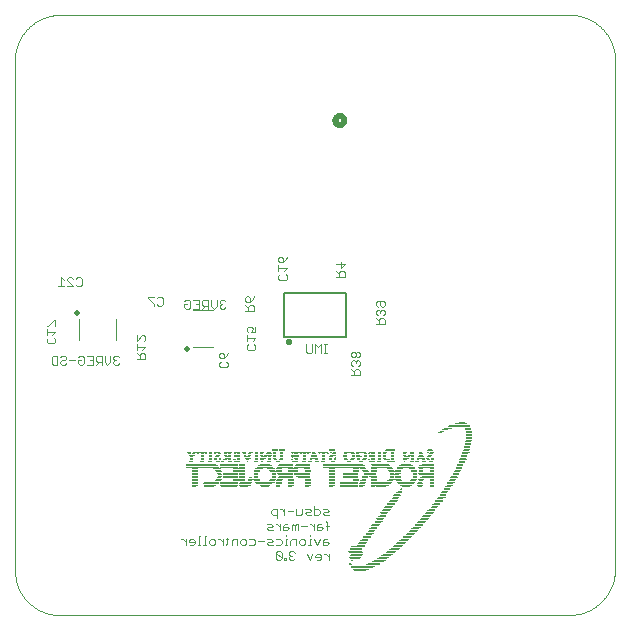
<source format=gbo>
G75*
%MOIN*%
%OFA0B0*%
%FSLAX25Y25*%
%IPPOS*%
%LPD*%
%AMOC8*
5,1,8,0,0,1.08239X$1,22.5*
%
%ADD10C,0.00000*%
%ADD11C,0.00300*%
%ADD12C,0.02000*%
%ADD13R,0.02330X0.00334*%
%ADD14R,0.04000X0.00333*%
%ADD15R,0.05660X0.00333*%
%ADD16R,0.07000X0.00334*%
%ADD17R,0.07340X0.00333*%
%ADD18R,0.08330X0.00333*%
%ADD19R,0.05000X0.00334*%
%ADD20R,0.01330X0.00334*%
%ADD21R,0.04340X0.00333*%
%ADD22R,0.01000X0.00333*%
%ADD23R,0.04330X0.00333*%
%ADD24R,0.00660X0.00333*%
%ADD25R,0.04000X0.00334*%
%ADD26R,0.03670X0.00333*%
%ADD27R,0.00670X0.00333*%
%ADD28R,0.03670X0.00334*%
%ADD29R,0.01000X0.00334*%
%ADD30R,0.03330X0.00333*%
%ADD31R,0.01330X0.00333*%
%ADD32R,0.01670X0.00333*%
%ADD33R,0.03340X0.00333*%
%ADD34R,0.03340X0.00334*%
%ADD35R,0.04330X0.00334*%
%ADD36R,0.03000X0.00333*%
%ADD37R,0.04660X0.00333*%
%ADD38R,0.04670X0.00333*%
%ADD39R,0.03330X0.00334*%
%ADD40R,0.04670X0.00334*%
%ADD41R,0.02340X0.00333*%
%ADD42R,0.02660X0.00333*%
%ADD43R,0.02670X0.00333*%
%ADD44R,0.03000X0.00334*%
%ADD45R,0.02340X0.00334*%
%ADD46R,0.02330X0.00333*%
%ADD47R,0.02670X0.00334*%
%ADD48R,0.02000X0.00334*%
%ADD49R,0.02660X0.00334*%
%ADD50R,0.02000X0.00333*%
%ADD51R,0.01660X0.00333*%
%ADD52R,0.00330X0.00333*%
%ADD53R,0.06000X0.00333*%
%ADD54R,0.01340X0.00333*%
%ADD55R,0.03660X0.00333*%
%ADD56R,0.01670X0.00334*%
%ADD57R,0.06330X0.00334*%
%ADD58R,0.06000X0.00334*%
%ADD59R,0.01340X0.00334*%
%ADD60R,0.04340X0.00334*%
%ADD61R,0.05330X0.00333*%
%ADD62R,0.06670X0.00333*%
%ADD63R,0.07000X0.00333*%
%ADD64R,0.06340X0.00333*%
%ADD65R,0.05000X0.00333*%
%ADD66R,0.01660X0.00334*%
%ADD67R,0.05340X0.00333*%
%ADD68R,0.11670X0.00333*%
%ADD69R,0.11000X0.00333*%
%ADD70R,0.05330X0.00334*%
%ADD71R,0.06670X0.00334*%
%ADD72R,0.11670X0.00334*%
%ADD73R,0.05340X0.00334*%
%ADD74R,0.10670X0.00334*%
%ADD75R,0.06330X0.00333*%
%ADD76R,0.13670X0.00333*%
%ADD77R,0.10340X0.00333*%
%ADD78R,0.13330X0.00333*%
%ADD79R,0.10000X0.00333*%
%ADD80R,0.13000X0.00334*%
%ADD81R,0.03660X0.00334*%
%ADD82R,0.05660X0.00334*%
%ADD83R,0.05670X0.00334*%
%ADD84R,0.00340X0.00333*%
%ADD85R,0.00670X0.00334*%
%ADD86R,0.00340X0.00334*%
%ADD87R,0.00330X0.00334*%
%ADD88R,0.04660X0.00334*%
%ADD89R,0.07330X0.00333*%
%ADD90C,0.00500*%
%ADD91C,0.01200*%
%ADD92C,0.01969*%
%ADD93C,0.00472*%
D10*
X0015800Y0001300D02*
X0185800Y0001300D01*
X0186169Y0001298D01*
X0186537Y0001306D01*
X0186905Y0001322D01*
X0187273Y0001347D01*
X0187640Y0001381D01*
X0188006Y0001424D01*
X0188371Y0001476D01*
X0188735Y0001536D01*
X0189097Y0001605D01*
X0189457Y0001683D01*
X0189815Y0001770D01*
X0190171Y0001865D01*
X0190525Y0001969D01*
X0190876Y0002082D01*
X0191224Y0002202D01*
X0191569Y0002332D01*
X0191911Y0002469D01*
X0192250Y0002615D01*
X0192585Y0002769D01*
X0192916Y0002931D01*
X0193243Y0003101D01*
X0193566Y0003278D01*
X0193884Y0003464D01*
X0194198Y0003657D01*
X0194507Y0003858D01*
X0194811Y0004066D01*
X0195111Y0004281D01*
X0195404Y0004503D01*
X0195693Y0004733D01*
X0195975Y0004969D01*
X0196252Y0005213D01*
X0196523Y0005463D01*
X0196788Y0005719D01*
X0197047Y0005981D01*
X0197299Y0006250D01*
X0197545Y0006525D01*
X0197783Y0006806D01*
X0198015Y0007092D01*
X0198241Y0007384D01*
X0198458Y0007681D01*
X0198669Y0007984D01*
X0198872Y0008291D01*
X0199068Y0008603D01*
X0199256Y0008920D01*
X0199437Y0009242D01*
X0199610Y0009567D01*
X0199774Y0009897D01*
X0199931Y0010231D01*
X0200080Y0010568D01*
X0200220Y0010909D01*
X0200352Y0011253D01*
X0200476Y0011600D01*
X0200592Y0011950D01*
X0200699Y0012303D01*
X0200797Y0012658D01*
X0200887Y0013015D01*
X0200968Y0013375D01*
X0201040Y0013736D01*
X0201104Y0014099D01*
X0201159Y0014464D01*
X0201205Y0014829D01*
X0201242Y0015196D01*
X0201270Y0015564D01*
X0201289Y0015932D01*
X0201300Y0016300D01*
X0201300Y0186300D01*
X0201296Y0186662D01*
X0201282Y0187025D01*
X0201261Y0187387D01*
X0201230Y0187748D01*
X0201191Y0188108D01*
X0201143Y0188467D01*
X0201086Y0188825D01*
X0201021Y0189182D01*
X0200947Y0189537D01*
X0200864Y0189890D01*
X0200773Y0190241D01*
X0200674Y0190589D01*
X0200566Y0190935D01*
X0200450Y0191279D01*
X0200325Y0191619D01*
X0200193Y0191956D01*
X0200052Y0192290D01*
X0199903Y0192621D01*
X0199746Y0192948D01*
X0199582Y0193271D01*
X0199410Y0193590D01*
X0199230Y0193904D01*
X0199042Y0194215D01*
X0198847Y0194520D01*
X0198645Y0194821D01*
X0198435Y0195117D01*
X0198219Y0195407D01*
X0197995Y0195693D01*
X0197765Y0195973D01*
X0197528Y0196247D01*
X0197284Y0196515D01*
X0197034Y0196778D01*
X0196778Y0197034D01*
X0196515Y0197284D01*
X0196247Y0197528D01*
X0195973Y0197765D01*
X0195693Y0197995D01*
X0195407Y0198219D01*
X0195117Y0198435D01*
X0194821Y0198645D01*
X0194520Y0198847D01*
X0194215Y0199042D01*
X0193904Y0199230D01*
X0193590Y0199410D01*
X0193271Y0199582D01*
X0192948Y0199746D01*
X0192621Y0199903D01*
X0192290Y0200052D01*
X0191956Y0200193D01*
X0191619Y0200325D01*
X0191279Y0200450D01*
X0190935Y0200566D01*
X0190589Y0200674D01*
X0190241Y0200773D01*
X0189890Y0200864D01*
X0189537Y0200947D01*
X0189182Y0201021D01*
X0188825Y0201086D01*
X0188467Y0201143D01*
X0188108Y0201191D01*
X0187748Y0201230D01*
X0187387Y0201261D01*
X0187025Y0201282D01*
X0186662Y0201296D01*
X0186300Y0201300D01*
X0016300Y0201300D01*
X0015938Y0201296D01*
X0015575Y0201282D01*
X0015213Y0201261D01*
X0014852Y0201230D01*
X0014492Y0201191D01*
X0014133Y0201143D01*
X0013775Y0201086D01*
X0013418Y0201021D01*
X0013063Y0200947D01*
X0012710Y0200864D01*
X0012359Y0200773D01*
X0012011Y0200674D01*
X0011665Y0200566D01*
X0011321Y0200450D01*
X0010981Y0200325D01*
X0010644Y0200193D01*
X0010310Y0200052D01*
X0009979Y0199903D01*
X0009652Y0199746D01*
X0009329Y0199582D01*
X0009010Y0199410D01*
X0008696Y0199230D01*
X0008385Y0199042D01*
X0008080Y0198847D01*
X0007779Y0198645D01*
X0007483Y0198435D01*
X0007193Y0198219D01*
X0006907Y0197995D01*
X0006627Y0197765D01*
X0006353Y0197528D01*
X0006085Y0197284D01*
X0005822Y0197034D01*
X0005566Y0196778D01*
X0005316Y0196515D01*
X0005072Y0196247D01*
X0004835Y0195973D01*
X0004605Y0195693D01*
X0004381Y0195407D01*
X0004165Y0195117D01*
X0003955Y0194821D01*
X0003753Y0194520D01*
X0003558Y0194215D01*
X0003370Y0193904D01*
X0003190Y0193590D01*
X0003018Y0193271D01*
X0002854Y0192948D01*
X0002697Y0192621D01*
X0002548Y0192290D01*
X0002407Y0191956D01*
X0002275Y0191619D01*
X0002150Y0191279D01*
X0002034Y0190935D01*
X0001926Y0190589D01*
X0001827Y0190241D01*
X0001736Y0189890D01*
X0001653Y0189537D01*
X0001579Y0189182D01*
X0001514Y0188825D01*
X0001457Y0188467D01*
X0001409Y0188108D01*
X0001370Y0187748D01*
X0001339Y0187387D01*
X0001318Y0187025D01*
X0001304Y0186662D01*
X0001300Y0186300D01*
X0001300Y0016300D01*
X0001298Y0015944D01*
X0001305Y0015587D01*
X0001321Y0015231D01*
X0001345Y0014875D01*
X0001378Y0014520D01*
X0001419Y0014166D01*
X0001469Y0013813D01*
X0001527Y0013461D01*
X0001594Y0013111D01*
X0001669Y0012763D01*
X0001753Y0012416D01*
X0001845Y0012072D01*
X0001945Y0011730D01*
X0002053Y0011390D01*
X0002170Y0011053D01*
X0002295Y0010719D01*
X0002428Y0010389D01*
X0002568Y0010061D01*
X0002717Y0009737D01*
X0002873Y0009417D01*
X0003038Y0009100D01*
X0003209Y0008788D01*
X0003389Y0008480D01*
X0003575Y0008176D01*
X0003769Y0007877D01*
X0003970Y0007582D01*
X0004178Y0007293D01*
X0004393Y0007009D01*
X0004615Y0006730D01*
X0004844Y0006456D01*
X0005079Y0006188D01*
X0005320Y0005926D01*
X0005568Y0005670D01*
X0005822Y0005419D01*
X0006082Y0005175D01*
X0006348Y0004938D01*
X0006619Y0004706D01*
X0006896Y0004482D01*
X0007178Y0004264D01*
X0007465Y0004053D01*
X0007758Y0003849D01*
X0008055Y0003652D01*
X0008357Y0003463D01*
X0008663Y0003281D01*
X0008974Y0003106D01*
X0009289Y0002939D01*
X0009608Y0002779D01*
X0009930Y0002627D01*
X0010256Y0002483D01*
X0010586Y0002347D01*
X0010919Y0002219D01*
X0011254Y0002099D01*
X0011593Y0001987D01*
X0011934Y0001884D01*
X0012277Y0001789D01*
X0012623Y0001702D01*
X0012971Y0001623D01*
X0013320Y0001553D01*
X0013671Y0001491D01*
X0014024Y0001438D01*
X0014378Y0001393D01*
X0014732Y0001357D01*
X0015088Y0001329D01*
X0015444Y0001310D01*
X0015800Y0001300D01*
D11*
X0056763Y0026585D02*
X0057247Y0026585D01*
X0058215Y0025617D01*
X0058215Y0024650D02*
X0058215Y0026585D01*
X0059226Y0026101D02*
X0059226Y0025617D01*
X0061161Y0025617D01*
X0061161Y0025134D02*
X0061161Y0026101D01*
X0060677Y0026585D01*
X0059710Y0026585D01*
X0059226Y0026101D01*
X0059710Y0024650D02*
X0060677Y0024650D01*
X0061161Y0025134D01*
X0062158Y0024650D02*
X0063125Y0024650D01*
X0062642Y0024650D02*
X0062642Y0027552D01*
X0063125Y0027552D01*
X0064606Y0027552D02*
X0064606Y0024650D01*
X0065090Y0024650D02*
X0064122Y0024650D01*
X0066101Y0025134D02*
X0066101Y0026101D01*
X0066585Y0026585D01*
X0067553Y0026585D01*
X0068036Y0026101D01*
X0068036Y0025134D01*
X0067553Y0024650D01*
X0066585Y0024650D01*
X0066101Y0025134D01*
X0065090Y0027552D02*
X0064606Y0027552D01*
X0069041Y0026585D02*
X0069524Y0026585D01*
X0070492Y0025617D01*
X0070492Y0024650D02*
X0070492Y0026585D01*
X0071489Y0026585D02*
X0072456Y0026585D01*
X0071972Y0027069D02*
X0071972Y0025134D01*
X0071489Y0024650D01*
X0073468Y0024650D02*
X0073468Y0026101D01*
X0073951Y0026585D01*
X0075403Y0026585D01*
X0075403Y0024650D01*
X0076414Y0025134D02*
X0076414Y0026101D01*
X0076898Y0026585D01*
X0077865Y0026585D01*
X0078349Y0026101D01*
X0078349Y0025134D01*
X0077865Y0024650D01*
X0076898Y0024650D01*
X0076414Y0025134D01*
X0079361Y0024650D02*
X0080812Y0024650D01*
X0081296Y0025134D01*
X0081296Y0026101D01*
X0080812Y0026585D01*
X0079361Y0026585D01*
X0082307Y0026101D02*
X0084242Y0026101D01*
X0085254Y0026585D02*
X0086705Y0026585D01*
X0087189Y0026101D01*
X0086705Y0025617D01*
X0085737Y0025617D01*
X0085254Y0025134D01*
X0085737Y0024650D01*
X0087189Y0024650D01*
X0088200Y0024650D02*
X0089652Y0024650D01*
X0090135Y0025134D01*
X0090135Y0026101D01*
X0089652Y0026585D01*
X0088200Y0026585D01*
X0087189Y0029650D02*
X0085738Y0029650D01*
X0085254Y0030134D01*
X0085738Y0030617D01*
X0086705Y0030617D01*
X0087189Y0031101D01*
X0086705Y0031585D01*
X0085254Y0031585D01*
X0088193Y0031585D02*
X0088677Y0031585D01*
X0089644Y0030617D01*
X0089644Y0029650D02*
X0089644Y0031585D01*
X0090656Y0031101D02*
X0090656Y0029650D01*
X0092107Y0029650D01*
X0092591Y0030134D01*
X0092107Y0030617D01*
X0090656Y0030617D01*
X0090656Y0031101D02*
X0091139Y0031585D01*
X0092107Y0031585D01*
X0093602Y0031101D02*
X0093602Y0029650D01*
X0094570Y0029650D02*
X0094570Y0031101D01*
X0094086Y0031585D01*
X0093602Y0031101D01*
X0094570Y0031101D02*
X0095053Y0031585D01*
X0095537Y0031585D01*
X0095537Y0029650D01*
X0096549Y0031101D02*
X0098484Y0031101D01*
X0099488Y0031585D02*
X0099972Y0031585D01*
X0100939Y0030617D01*
X0100939Y0029650D02*
X0100939Y0031585D01*
X0101951Y0031101D02*
X0101951Y0029650D01*
X0103402Y0029650D01*
X0103886Y0030134D01*
X0103402Y0030617D01*
X0101951Y0030617D01*
X0101951Y0031101D02*
X0102434Y0031585D01*
X0103402Y0031585D01*
X0104883Y0031101D02*
X0105850Y0031101D01*
X0105366Y0032069D02*
X0104883Y0032552D01*
X0105366Y0032069D02*
X0105366Y0029650D01*
X0105366Y0026585D02*
X0104399Y0026585D01*
X0103915Y0026101D01*
X0103915Y0024650D01*
X0105366Y0024650D01*
X0105850Y0025134D01*
X0105366Y0025617D01*
X0103915Y0025617D01*
X0102903Y0026585D02*
X0101936Y0024650D01*
X0100969Y0026585D01*
X0099957Y0026585D02*
X0099473Y0026585D01*
X0099473Y0024650D01*
X0099957Y0024650D02*
X0098989Y0024650D01*
X0097993Y0025134D02*
X0097509Y0024650D01*
X0096541Y0024650D01*
X0096058Y0025134D01*
X0096058Y0026101D01*
X0096541Y0026585D01*
X0097509Y0026585D01*
X0097993Y0026101D01*
X0097993Y0025134D01*
X0099473Y0027552D02*
X0099473Y0028036D01*
X0095046Y0026585D02*
X0095046Y0024650D01*
X0093111Y0024650D02*
X0093111Y0026101D01*
X0093595Y0026585D01*
X0095046Y0026585D01*
X0092100Y0026585D02*
X0091616Y0026585D01*
X0091616Y0024650D01*
X0092100Y0024650D02*
X0091132Y0024650D01*
X0089652Y0022552D02*
X0088684Y0022552D01*
X0088200Y0022069D01*
X0090135Y0020134D01*
X0089652Y0019650D01*
X0088684Y0019650D01*
X0088200Y0020134D01*
X0088200Y0022069D01*
X0089652Y0022552D02*
X0090135Y0022069D01*
X0090135Y0020134D01*
X0091125Y0020134D02*
X0091125Y0019650D01*
X0091609Y0019650D01*
X0091609Y0020134D01*
X0091125Y0020134D01*
X0092620Y0020134D02*
X0092620Y0020617D01*
X0093104Y0021101D01*
X0093588Y0021101D01*
X0093104Y0021101D02*
X0092620Y0021585D01*
X0092620Y0022069D01*
X0093104Y0022552D01*
X0094071Y0022552D01*
X0094555Y0022069D01*
X0094555Y0020134D02*
X0094071Y0019650D01*
X0093104Y0019650D01*
X0092620Y0020134D01*
X0098513Y0021585D02*
X0099481Y0019650D01*
X0100448Y0021585D01*
X0101460Y0021101D02*
X0101460Y0020617D01*
X0103395Y0020617D01*
X0103395Y0020134D02*
X0103395Y0021101D01*
X0102911Y0021585D01*
X0101943Y0021585D01*
X0101460Y0021101D01*
X0101943Y0019650D02*
X0102911Y0019650D01*
X0103395Y0020134D01*
X0104399Y0021585D02*
X0104883Y0021585D01*
X0105850Y0020617D01*
X0105850Y0019650D02*
X0105850Y0021585D01*
X0091616Y0027552D02*
X0091616Y0028036D01*
X0088662Y0033683D02*
X0088662Y0036585D01*
X0087211Y0036585D01*
X0086727Y0036101D01*
X0086727Y0035134D01*
X0087211Y0034650D01*
X0088662Y0034650D01*
X0089666Y0036585D02*
X0090150Y0036585D01*
X0091117Y0035617D01*
X0091117Y0034650D02*
X0091117Y0036585D01*
X0092129Y0036101D02*
X0094064Y0036101D01*
X0095075Y0036585D02*
X0095075Y0034650D01*
X0096527Y0034650D01*
X0097010Y0035134D01*
X0097010Y0036585D01*
X0098022Y0036585D02*
X0099473Y0036585D01*
X0099957Y0036101D01*
X0099473Y0035617D01*
X0098506Y0035617D01*
X0098022Y0035134D01*
X0098506Y0034650D01*
X0099957Y0034650D01*
X0100969Y0034650D02*
X0102420Y0034650D01*
X0102903Y0035134D01*
X0102903Y0036101D01*
X0102420Y0036585D01*
X0100969Y0036585D01*
X0100969Y0037552D02*
X0100969Y0034650D01*
X0103915Y0035134D02*
X0104399Y0035617D01*
X0105366Y0035617D01*
X0105850Y0036101D01*
X0105366Y0036585D01*
X0103915Y0036585D01*
X0103915Y0035134D02*
X0104399Y0034650D01*
X0105850Y0034650D01*
X0113350Y0081250D02*
X0116252Y0081250D01*
X0116252Y0082701D01*
X0115769Y0083185D01*
X0114801Y0083185D01*
X0114317Y0082701D01*
X0114317Y0081250D01*
X0114317Y0082217D02*
X0113350Y0083185D01*
X0113834Y0084197D02*
X0113350Y0084680D01*
X0113350Y0085648D01*
X0113834Y0086131D01*
X0114317Y0086131D01*
X0114801Y0085648D01*
X0114801Y0085164D01*
X0114801Y0085648D02*
X0115285Y0086131D01*
X0115769Y0086131D01*
X0116252Y0085648D01*
X0116252Y0084680D01*
X0115769Y0084197D01*
X0115769Y0087143D02*
X0115285Y0087143D01*
X0114801Y0087627D01*
X0114801Y0088594D01*
X0114317Y0089078D01*
X0113834Y0089078D01*
X0113350Y0088594D01*
X0113350Y0087627D01*
X0113834Y0087143D01*
X0114317Y0087143D01*
X0114801Y0087627D01*
X0114801Y0088594D02*
X0115285Y0089078D01*
X0115769Y0089078D01*
X0116252Y0088594D01*
X0116252Y0087627D01*
X0115769Y0087143D01*
X0105193Y0088575D02*
X0104225Y0088575D01*
X0104709Y0088575D02*
X0104709Y0091477D01*
X0105193Y0091477D02*
X0104225Y0091477D01*
X0103228Y0091477D02*
X0102261Y0090510D01*
X0101293Y0091477D01*
X0101293Y0088575D01*
X0100282Y0089059D02*
X0099798Y0088575D01*
X0098830Y0088575D01*
X0098347Y0089059D01*
X0098347Y0091477D01*
X0100282Y0091477D02*
X0100282Y0089059D01*
X0103228Y0088575D02*
X0103228Y0091477D01*
X0121650Y0098210D02*
X0124552Y0098210D01*
X0124552Y0099662D01*
X0124069Y0100145D01*
X0123101Y0100145D01*
X0122617Y0099662D01*
X0122617Y0098210D01*
X0122617Y0099178D02*
X0121650Y0100145D01*
X0122134Y0101157D02*
X0121650Y0101641D01*
X0121650Y0102608D01*
X0122134Y0103092D01*
X0122617Y0103092D01*
X0123101Y0102608D01*
X0123101Y0102124D01*
X0123101Y0102608D02*
X0123585Y0103092D01*
X0124069Y0103092D01*
X0124552Y0102608D01*
X0124552Y0101641D01*
X0124069Y0101157D01*
X0124069Y0104103D02*
X0123585Y0104103D01*
X0123101Y0104587D01*
X0123101Y0106038D01*
X0122134Y0106038D02*
X0124069Y0106038D01*
X0124552Y0105555D01*
X0124552Y0104587D01*
X0124069Y0104103D01*
X0122134Y0104103D02*
X0121650Y0104587D01*
X0121650Y0105555D01*
X0122134Y0106038D01*
X0111252Y0114057D02*
X0111252Y0115508D01*
X0110769Y0115992D01*
X0109801Y0115992D01*
X0109317Y0115508D01*
X0109317Y0114057D01*
X0108350Y0114057D02*
X0111252Y0114057D01*
X0109317Y0115024D02*
X0108350Y0115992D01*
X0109801Y0117003D02*
X0109801Y0118938D01*
X0108350Y0118455D02*
X0111252Y0118455D01*
X0109801Y0117003D01*
X0091952Y0116864D02*
X0089050Y0116864D01*
X0089050Y0115897D02*
X0089050Y0117831D01*
X0089534Y0118843D02*
X0089050Y0119327D01*
X0089050Y0120294D01*
X0089534Y0120778D01*
X0090017Y0120778D01*
X0090501Y0120294D01*
X0090501Y0118843D01*
X0089534Y0118843D01*
X0090501Y0118843D02*
X0091469Y0119811D01*
X0091952Y0120778D01*
X0091952Y0116864D02*
X0090985Y0115897D01*
X0091469Y0114885D02*
X0091952Y0114401D01*
X0091952Y0113434D01*
X0091469Y0112950D01*
X0089534Y0112950D01*
X0089050Y0113434D01*
X0089050Y0114401D01*
X0089534Y0114885D01*
X0080952Y0107538D02*
X0080469Y0106571D01*
X0079501Y0105603D01*
X0079501Y0107055D01*
X0079017Y0107538D01*
X0078534Y0107538D01*
X0078050Y0107055D01*
X0078050Y0106087D01*
X0078534Y0105603D01*
X0079501Y0105603D01*
X0079501Y0104592D02*
X0079017Y0104108D01*
X0079017Y0102657D01*
X0078050Y0102657D02*
X0080952Y0102657D01*
X0080952Y0104108D01*
X0080469Y0104592D01*
X0079501Y0104592D01*
X0079017Y0103624D02*
X0078050Y0104592D01*
X0071416Y0103865D02*
X0070933Y0103381D01*
X0069965Y0103381D01*
X0069481Y0103865D01*
X0069481Y0104349D01*
X0069965Y0104833D01*
X0070449Y0104833D01*
X0069965Y0104833D02*
X0069481Y0105316D01*
X0069481Y0105800D01*
X0069965Y0106284D01*
X0070933Y0106284D01*
X0071416Y0105800D01*
X0068470Y0106284D02*
X0068470Y0104349D01*
X0067502Y0103381D01*
X0066535Y0104349D01*
X0066535Y0106284D01*
X0065523Y0106284D02*
X0065523Y0103381D01*
X0065523Y0104349D02*
X0064072Y0104349D01*
X0063588Y0104833D01*
X0063588Y0105800D01*
X0064072Y0106284D01*
X0065523Y0106284D01*
X0064556Y0104349D02*
X0063588Y0103381D01*
X0062577Y0103381D02*
X0060642Y0103381D01*
X0059630Y0103865D02*
X0059146Y0103381D01*
X0058179Y0103381D01*
X0057695Y0103865D01*
X0057695Y0104833D01*
X0058663Y0104833D01*
X0059630Y0105800D02*
X0059630Y0103865D01*
X0059630Y0105800D02*
X0059146Y0106284D01*
X0058179Y0106284D01*
X0057695Y0105800D01*
X0060642Y0106284D02*
X0062577Y0106284D01*
X0062577Y0103381D01*
X0062577Y0104833D02*
X0061609Y0104833D01*
X0050550Y0104934D02*
X0050066Y0104450D01*
X0049099Y0104450D01*
X0048615Y0104934D01*
X0047603Y0104934D02*
X0047603Y0104450D01*
X0047603Y0104934D02*
X0045669Y0106869D01*
X0045669Y0107352D01*
X0047603Y0107352D01*
X0048615Y0106869D02*
X0049099Y0107352D01*
X0050066Y0107352D01*
X0050550Y0106869D01*
X0050550Y0104934D01*
X0044269Y0094478D02*
X0044752Y0093994D01*
X0044752Y0093027D01*
X0044269Y0092543D01*
X0044269Y0094478D02*
X0043785Y0094478D01*
X0041850Y0092543D01*
X0041850Y0094478D01*
X0041850Y0091531D02*
X0041850Y0089597D01*
X0041850Y0090564D02*
X0044752Y0090564D01*
X0043785Y0089597D01*
X0044269Y0088585D02*
X0043301Y0088585D01*
X0042817Y0088101D01*
X0042817Y0086650D01*
X0041850Y0086650D02*
X0044752Y0086650D01*
X0044752Y0088101D01*
X0044269Y0088585D01*
X0042817Y0087617D02*
X0041850Y0088585D01*
X0036036Y0087137D02*
X0035552Y0087621D01*
X0034585Y0087621D01*
X0034101Y0087137D01*
X0034101Y0086653D01*
X0034585Y0086170D01*
X0034101Y0085686D01*
X0034101Y0085202D01*
X0034585Y0084719D01*
X0035552Y0084719D01*
X0036036Y0085202D01*
X0035069Y0086170D02*
X0034585Y0086170D01*
X0033090Y0085686D02*
X0032122Y0084719D01*
X0031155Y0085686D01*
X0031155Y0087621D01*
X0030143Y0087621D02*
X0028692Y0087621D01*
X0028208Y0087137D01*
X0028208Y0086170D01*
X0028692Y0085686D01*
X0030143Y0085686D01*
X0029176Y0085686D02*
X0028208Y0084719D01*
X0027197Y0084719D02*
X0025262Y0084719D01*
X0024250Y0085202D02*
X0023766Y0084719D01*
X0022799Y0084719D01*
X0022315Y0085202D01*
X0022315Y0086170D01*
X0023283Y0086170D01*
X0024250Y0087137D02*
X0024250Y0085202D01*
X0024250Y0087137D02*
X0023766Y0087621D01*
X0022799Y0087621D01*
X0022315Y0087137D01*
X0021303Y0086170D02*
X0019369Y0086170D01*
X0018357Y0086653D02*
X0018357Y0087137D01*
X0017873Y0087621D01*
X0016906Y0087621D01*
X0016422Y0087137D01*
X0016906Y0086170D02*
X0016422Y0085686D01*
X0016422Y0085202D01*
X0016906Y0084719D01*
X0017873Y0084719D01*
X0018357Y0085202D01*
X0017873Y0086170D02*
X0016906Y0086170D01*
X0017873Y0086170D02*
X0018357Y0086653D01*
X0015410Y0087621D02*
X0015410Y0084719D01*
X0013959Y0084719D01*
X0013475Y0085202D01*
X0013475Y0087137D01*
X0013959Y0087621D01*
X0015410Y0087621D01*
X0014269Y0091810D02*
X0012334Y0091810D01*
X0011850Y0092294D01*
X0011850Y0093262D01*
X0012334Y0093745D01*
X0011850Y0094757D02*
X0011850Y0096692D01*
X0011850Y0095724D02*
X0014752Y0095724D01*
X0013785Y0094757D01*
X0014269Y0093745D02*
X0014752Y0093262D01*
X0014752Y0092294D01*
X0014269Y0091810D01*
X0014752Y0097703D02*
X0014752Y0099638D01*
X0014269Y0099638D01*
X0012334Y0097703D01*
X0011850Y0097703D01*
X0025262Y0087621D02*
X0027197Y0087621D01*
X0027197Y0084719D01*
X0027197Y0086170D02*
X0026229Y0086170D01*
X0030143Y0084719D02*
X0030143Y0087621D01*
X0033090Y0087621D02*
X0033090Y0085686D01*
X0023066Y0110950D02*
X0022099Y0110950D01*
X0021615Y0111434D01*
X0020603Y0110950D02*
X0018669Y0112885D01*
X0018669Y0113369D01*
X0019152Y0113852D01*
X0020120Y0113852D01*
X0020603Y0113369D01*
X0021615Y0113369D02*
X0022099Y0113852D01*
X0023066Y0113852D01*
X0023550Y0113369D01*
X0023550Y0111434D01*
X0023066Y0110950D01*
X0020603Y0110950D02*
X0018669Y0110950D01*
X0017657Y0110950D02*
X0015722Y0110950D01*
X0016689Y0110950D02*
X0016689Y0113852D01*
X0017657Y0112885D01*
X0069350Y0088255D02*
X0069834Y0088738D01*
X0070317Y0088738D01*
X0070801Y0088255D01*
X0070801Y0086803D01*
X0069834Y0086803D01*
X0069350Y0087287D01*
X0069350Y0088255D01*
X0070801Y0086803D02*
X0071769Y0087771D01*
X0072252Y0088738D01*
X0071769Y0085792D02*
X0072252Y0085308D01*
X0072252Y0084341D01*
X0071769Y0083857D01*
X0069834Y0083857D01*
X0069350Y0084341D01*
X0069350Y0085308D01*
X0069834Y0085792D01*
X0078550Y0090094D02*
X0078550Y0091062D01*
X0079034Y0091545D01*
X0078550Y0092557D02*
X0078550Y0094492D01*
X0078550Y0093524D02*
X0081452Y0093524D01*
X0080485Y0092557D01*
X0080969Y0091545D02*
X0081452Y0091062D01*
X0081452Y0090094D01*
X0080969Y0089610D01*
X0079034Y0089610D01*
X0078550Y0090094D01*
X0079034Y0095503D02*
X0078550Y0095987D01*
X0078550Y0096955D01*
X0079034Y0097438D01*
X0080001Y0097438D01*
X0080485Y0096955D01*
X0080485Y0096471D01*
X0080001Y0095503D01*
X0081452Y0095503D01*
X0081452Y0097438D01*
D12*
X0108100Y0166100D02*
X0108102Y0166176D01*
X0108108Y0166252D01*
X0108117Y0166327D01*
X0108131Y0166402D01*
X0108148Y0166476D01*
X0108169Y0166549D01*
X0108193Y0166621D01*
X0108222Y0166692D01*
X0108253Y0166761D01*
X0108288Y0166828D01*
X0108327Y0166893D01*
X0108369Y0166957D01*
X0108414Y0167018D01*
X0108462Y0167077D01*
X0108513Y0167133D01*
X0108567Y0167187D01*
X0108623Y0167238D01*
X0108682Y0167286D01*
X0108743Y0167331D01*
X0108807Y0167373D01*
X0108872Y0167412D01*
X0108939Y0167447D01*
X0109008Y0167478D01*
X0109079Y0167507D01*
X0109151Y0167531D01*
X0109224Y0167552D01*
X0109298Y0167569D01*
X0109373Y0167583D01*
X0109448Y0167592D01*
X0109524Y0167598D01*
X0109600Y0167600D01*
X0109676Y0167598D01*
X0109752Y0167592D01*
X0109827Y0167583D01*
X0109902Y0167569D01*
X0109976Y0167552D01*
X0110049Y0167531D01*
X0110121Y0167507D01*
X0110192Y0167478D01*
X0110261Y0167447D01*
X0110328Y0167412D01*
X0110393Y0167373D01*
X0110457Y0167331D01*
X0110518Y0167286D01*
X0110577Y0167238D01*
X0110633Y0167187D01*
X0110687Y0167133D01*
X0110738Y0167077D01*
X0110786Y0167018D01*
X0110831Y0166957D01*
X0110873Y0166893D01*
X0110912Y0166828D01*
X0110947Y0166761D01*
X0110978Y0166692D01*
X0111007Y0166621D01*
X0111031Y0166549D01*
X0111052Y0166476D01*
X0111069Y0166402D01*
X0111083Y0166327D01*
X0111092Y0166252D01*
X0111098Y0166176D01*
X0111100Y0166100D01*
X0111098Y0166024D01*
X0111092Y0165948D01*
X0111083Y0165873D01*
X0111069Y0165798D01*
X0111052Y0165724D01*
X0111031Y0165651D01*
X0111007Y0165579D01*
X0110978Y0165508D01*
X0110947Y0165439D01*
X0110912Y0165372D01*
X0110873Y0165307D01*
X0110831Y0165243D01*
X0110786Y0165182D01*
X0110738Y0165123D01*
X0110687Y0165067D01*
X0110633Y0165013D01*
X0110577Y0164962D01*
X0110518Y0164914D01*
X0110457Y0164869D01*
X0110393Y0164827D01*
X0110328Y0164788D01*
X0110261Y0164753D01*
X0110192Y0164722D01*
X0110121Y0164693D01*
X0110049Y0164669D01*
X0109976Y0164648D01*
X0109902Y0164631D01*
X0109827Y0164617D01*
X0109752Y0164608D01*
X0109676Y0164602D01*
X0109600Y0164600D01*
X0109524Y0164602D01*
X0109448Y0164608D01*
X0109373Y0164617D01*
X0109298Y0164631D01*
X0109224Y0164648D01*
X0109151Y0164669D01*
X0109079Y0164693D01*
X0109008Y0164722D01*
X0108939Y0164753D01*
X0108872Y0164788D01*
X0108807Y0164827D01*
X0108743Y0164869D01*
X0108682Y0164914D01*
X0108623Y0164962D01*
X0108567Y0165013D01*
X0108513Y0165067D01*
X0108462Y0165123D01*
X0108414Y0165182D01*
X0108369Y0165243D01*
X0108327Y0165307D01*
X0108288Y0165372D01*
X0108253Y0165439D01*
X0108222Y0165508D01*
X0108193Y0165579D01*
X0108169Y0165651D01*
X0108148Y0165724D01*
X0108131Y0165798D01*
X0108117Y0165873D01*
X0108108Y0165948D01*
X0108102Y0166024D01*
X0108100Y0166100D01*
D13*
X0152165Y0057700D03*
X0151835Y0056700D03*
X0150835Y0053700D03*
X0147835Y0047700D03*
X0146835Y0045700D03*
X0146165Y0044700D03*
X0144835Y0042700D03*
X0142835Y0039700D03*
X0142165Y0038700D03*
X0139835Y0035700D03*
X0138835Y0034700D03*
X0138165Y0033700D03*
X0137165Y0032700D03*
X0126835Y0038700D03*
X0124835Y0035700D03*
X0121835Y0031700D03*
X0121165Y0030700D03*
X0118835Y0027700D03*
X0116835Y0024700D03*
X0116165Y0015700D03*
X0126165Y0045700D03*
X0133835Y0045700D03*
X0137165Y0046700D03*
X0120165Y0052700D03*
X0112835Y0052700D03*
X0089165Y0052700D03*
X0072165Y0053700D03*
D14*
X0078000Y0045034D03*
X0097670Y0047034D03*
X0119670Y0048034D03*
X0119670Y0048366D03*
X0131670Y0044366D03*
X0115000Y0023366D03*
X0115000Y0021034D03*
X0114670Y0020366D03*
X0116330Y0016034D03*
X0150000Y0065034D03*
D15*
X0116500Y0016366D03*
X0084500Y0050366D03*
X0072500Y0044034D03*
D16*
X0116830Y0016700D03*
D17*
X0117000Y0017034D03*
D18*
X0117165Y0017366D03*
D19*
X0119500Y0017700D03*
X0113170Y0047700D03*
X0097170Y0047700D03*
X0091500Y0050700D03*
X0084500Y0050700D03*
X0073170Y0047700D03*
X0138500Y0050700D03*
D20*
X0140335Y0049700D03*
X0140335Y0048700D03*
X0140335Y0046700D03*
X0140335Y0045700D03*
X0140335Y0044700D03*
X0135335Y0052700D03*
X0133665Y0052700D03*
X0131665Y0051700D03*
X0120665Y0051700D03*
X0120665Y0053700D03*
X0120665Y0054700D03*
X0111335Y0054700D03*
X0111335Y0053700D03*
X0107335Y0054700D03*
X0099665Y0052700D03*
X0083665Y0055700D03*
X0069335Y0054700D03*
X0069335Y0048700D03*
X0063665Y0052700D03*
X0113665Y0017700D03*
D21*
X0120500Y0018034D03*
X0115500Y0024034D03*
X0084500Y0051034D03*
D22*
X0086170Y0053034D03*
X0086170Y0053366D03*
X0086170Y0054034D03*
X0087830Y0054034D03*
X0087830Y0054366D03*
X0087830Y0055034D03*
X0087830Y0055366D03*
X0087830Y0053366D03*
X0088170Y0053034D03*
X0090170Y0053366D03*
X0090170Y0054034D03*
X0090170Y0054366D03*
X0090170Y0055034D03*
X0090170Y0055366D03*
X0095170Y0053034D03*
X0097830Y0053034D03*
X0097830Y0053366D03*
X0097830Y0054034D03*
X0097830Y0054366D03*
X0097830Y0055034D03*
X0100830Y0055366D03*
X0101830Y0053034D03*
X0104170Y0053034D03*
X0104170Y0053366D03*
X0104170Y0054034D03*
X0104170Y0054366D03*
X0104170Y0055034D03*
X0106500Y0053366D03*
X0106500Y0053034D03*
X0107830Y0055366D03*
X0111500Y0055034D03*
X0111500Y0053366D03*
X0114170Y0054034D03*
X0114170Y0054366D03*
X0115500Y0055034D03*
X0115830Y0053366D03*
X0115830Y0053034D03*
X0118170Y0054034D03*
X0118170Y0054366D03*
X0118170Y0055034D03*
X0122830Y0055034D03*
X0122830Y0055366D03*
X0122830Y0054366D03*
X0122830Y0054034D03*
X0122830Y0053366D03*
X0122830Y0053034D03*
X0124500Y0053366D03*
X0124500Y0054034D03*
X0124500Y0054366D03*
X0124500Y0055034D03*
X0127170Y0055034D03*
X0127170Y0055366D03*
X0127170Y0054366D03*
X0127170Y0054034D03*
X0127170Y0053366D03*
X0127170Y0053034D03*
X0131170Y0054366D03*
X0131170Y0055034D03*
X0133830Y0054034D03*
X0133830Y0053366D03*
X0133830Y0053034D03*
X0136500Y0055366D03*
X0137500Y0053034D03*
X0138830Y0053366D03*
X0139170Y0053034D03*
X0140500Y0053034D03*
X0140500Y0053366D03*
X0113170Y0018034D03*
X0079830Y0047034D03*
X0078830Y0053034D03*
X0079500Y0054366D03*
X0079500Y0055034D03*
X0077830Y0055034D03*
X0075830Y0055034D03*
X0075830Y0053366D03*
X0075830Y0053034D03*
X0074500Y0053034D03*
X0072830Y0053034D03*
X0072830Y0054366D03*
X0072830Y0055034D03*
X0071500Y0055034D03*
X0071500Y0054366D03*
X0069500Y0055034D03*
X0068170Y0053366D03*
X0068170Y0053034D03*
X0066500Y0053034D03*
X0066500Y0053366D03*
X0066500Y0054034D03*
X0066500Y0054366D03*
X0066500Y0055034D03*
X0066500Y0055366D03*
X0063830Y0055034D03*
X0063830Y0054366D03*
X0063830Y0054034D03*
X0063830Y0053366D03*
X0063830Y0053034D03*
X0060830Y0055034D03*
X0060170Y0054034D03*
X0060170Y0053366D03*
X0060170Y0053034D03*
X0059500Y0055034D03*
X0070500Y0052366D03*
X0081830Y0053034D03*
X0081830Y0053366D03*
X0081830Y0054034D03*
X0081830Y0054366D03*
X0081830Y0055034D03*
X0081830Y0055366D03*
X0083500Y0055034D03*
X0083500Y0054366D03*
D23*
X0078165Y0045366D03*
X0066165Y0044366D03*
X0114835Y0023034D03*
X0115165Y0021366D03*
X0120835Y0018366D03*
X0138835Y0047366D03*
X0138835Y0051366D03*
D24*
X0139000Y0055366D03*
X0130000Y0043034D03*
X0108000Y0053034D03*
X0108000Y0053366D03*
X0100000Y0053034D03*
X0099000Y0055034D03*
X0078000Y0054366D03*
X0068000Y0055034D03*
X0065000Y0055034D03*
X0113000Y0018366D03*
D25*
X0115000Y0020700D03*
X0121670Y0018700D03*
X0088670Y0048700D03*
X0139000Y0052700D03*
D26*
X0122835Y0019366D03*
X0122165Y0019034D03*
X0097835Y0055366D03*
X0077835Y0044366D03*
D27*
X0069665Y0053034D03*
X0062335Y0055034D03*
X0093665Y0053034D03*
X0119335Y0053034D03*
X0119335Y0055034D03*
X0135665Y0053034D03*
X0113665Y0019366D03*
D28*
X0123165Y0019700D03*
X0124835Y0020700D03*
X0094165Y0048700D03*
X0080835Y0055700D03*
X0077835Y0044700D03*
X0139165Y0051700D03*
D29*
X0138830Y0055700D03*
X0140170Y0055700D03*
X0136500Y0055700D03*
X0133830Y0055700D03*
X0133830Y0053700D03*
X0131170Y0054700D03*
X0131170Y0052700D03*
X0127170Y0053700D03*
X0127170Y0054700D03*
X0124500Y0054700D03*
X0124500Y0053700D03*
X0122830Y0053700D03*
X0122830Y0054700D03*
X0118170Y0054700D03*
X0118170Y0053700D03*
X0115830Y0053700D03*
X0114170Y0053700D03*
X0114170Y0054700D03*
X0107830Y0055700D03*
X0106500Y0053700D03*
X0104170Y0053700D03*
X0104170Y0054700D03*
X0100830Y0055700D03*
X0097830Y0054700D03*
X0097830Y0053700D03*
X0090170Y0053700D03*
X0090170Y0054700D03*
X0090170Y0055700D03*
X0087830Y0055700D03*
X0087830Y0054700D03*
X0087830Y0053700D03*
X0086170Y0053700D03*
X0086170Y0055700D03*
X0083500Y0054700D03*
X0081830Y0054700D03*
X0081830Y0053700D03*
X0083500Y0052700D03*
X0079500Y0054700D03*
X0077830Y0054700D03*
X0075830Y0054700D03*
X0075830Y0053700D03*
X0072830Y0054700D03*
X0071500Y0054700D03*
X0068170Y0053700D03*
X0066500Y0053700D03*
X0066500Y0054700D03*
X0063830Y0054700D03*
X0063830Y0053700D03*
X0060830Y0054700D03*
X0060170Y0053700D03*
X0113830Y0019700D03*
X0129830Y0042700D03*
D30*
X0123335Y0044034D03*
X0131665Y0051366D03*
X0126335Y0056034D03*
X0116665Y0055366D03*
X0112665Y0055366D03*
X0127665Y0023034D03*
X0125665Y0021366D03*
X0124335Y0020366D03*
X0123665Y0020034D03*
D31*
X0115665Y0020034D03*
X0116665Y0044034D03*
X0120665Y0044034D03*
X0122665Y0052366D03*
X0120665Y0053034D03*
X0120665Y0053366D03*
X0120665Y0055034D03*
X0124665Y0055366D03*
X0131335Y0055366D03*
X0133665Y0055366D03*
X0136665Y0055034D03*
X0139335Y0054034D03*
X0140335Y0055366D03*
X0137665Y0052366D03*
X0135335Y0052366D03*
X0133665Y0052366D03*
X0131335Y0053034D03*
X0134665Y0048034D03*
X0136335Y0045366D03*
X0136335Y0044034D03*
X0140335Y0044034D03*
X0140335Y0044366D03*
X0140335Y0045034D03*
X0140335Y0045366D03*
X0140335Y0046034D03*
X0140335Y0046366D03*
X0140335Y0049034D03*
X0140335Y0049366D03*
X0140335Y0050034D03*
X0117665Y0053034D03*
X0115665Y0054366D03*
X0113665Y0053034D03*
X0112665Y0052366D03*
X0111665Y0053034D03*
X0111335Y0054034D03*
X0111335Y0054366D03*
X0107665Y0055034D03*
X0106665Y0054034D03*
X0107335Y0052366D03*
X0099665Y0052366D03*
X0097665Y0052366D03*
X0098665Y0044034D03*
X0106665Y0044034D03*
X0083665Y0053034D03*
X0081665Y0052366D03*
X0083665Y0055366D03*
X0077665Y0055366D03*
X0071335Y0053034D03*
X0068665Y0054034D03*
X0066335Y0052366D03*
X0063665Y0052366D03*
X0059335Y0055366D03*
X0069335Y0048366D03*
X0069335Y0047034D03*
D32*
X0069165Y0046366D03*
X0068835Y0046034D03*
X0069165Y0049034D03*
X0074835Y0049034D03*
X0074835Y0049366D03*
X0074835Y0050034D03*
X0076835Y0050034D03*
X0076835Y0050366D03*
X0076835Y0051034D03*
X0076835Y0051366D03*
X0076835Y0049366D03*
X0076835Y0049034D03*
X0076835Y0048366D03*
X0076835Y0048034D03*
X0076835Y0047366D03*
X0076835Y0047034D03*
X0076835Y0046366D03*
X0076835Y0046034D03*
X0074835Y0046034D03*
X0074835Y0046366D03*
X0079835Y0046366D03*
X0081835Y0046366D03*
X0081835Y0049034D03*
X0078835Y0053366D03*
X0085835Y0055034D03*
X0087835Y0056034D03*
X0087835Y0056366D03*
X0090165Y0056366D03*
X0090165Y0056034D03*
X0089165Y0049366D03*
X0087165Y0049034D03*
X0087165Y0046366D03*
X0089165Y0045366D03*
X0089165Y0045034D03*
X0093165Y0045034D03*
X0093165Y0045366D03*
X0093165Y0046034D03*
X0093165Y0046366D03*
X0093165Y0044366D03*
X0098835Y0044366D03*
X0098835Y0045034D03*
X0098835Y0045366D03*
X0098835Y0046034D03*
X0098835Y0046366D03*
X0098835Y0049034D03*
X0098835Y0049366D03*
X0100835Y0054366D03*
X0107165Y0054366D03*
X0106835Y0050034D03*
X0106835Y0049366D03*
X0106835Y0049034D03*
X0106835Y0048366D03*
X0106835Y0048034D03*
X0106835Y0047366D03*
X0106835Y0047034D03*
X0106835Y0046366D03*
X0106835Y0046034D03*
X0106835Y0045366D03*
X0106835Y0045034D03*
X0106835Y0044366D03*
X0114835Y0046034D03*
X0114835Y0046366D03*
X0116835Y0045034D03*
X0117165Y0045366D03*
X0116835Y0044366D03*
X0120835Y0046034D03*
X0120835Y0046366D03*
X0120835Y0047034D03*
X0120835Y0049034D03*
X0120835Y0049366D03*
X0120835Y0050034D03*
X0117835Y0049366D03*
X0114835Y0049366D03*
X0114835Y0049034D03*
X0114835Y0050034D03*
X0115835Y0054034D03*
X0125165Y0053034D03*
X0126835Y0049034D03*
X0128835Y0048366D03*
X0128835Y0047366D03*
X0128835Y0047034D03*
X0126835Y0046366D03*
X0129165Y0042034D03*
X0136165Y0044366D03*
X0136165Y0045034D03*
X0113835Y0020034D03*
X0061165Y0044366D03*
X0061165Y0045034D03*
X0061165Y0045366D03*
X0061165Y0046034D03*
X0061165Y0046366D03*
X0061165Y0047034D03*
X0061165Y0047366D03*
X0061165Y0048034D03*
X0061165Y0048366D03*
X0061165Y0049034D03*
X0061165Y0049366D03*
X0061165Y0050034D03*
X0060165Y0054366D03*
D33*
X0066000Y0044034D03*
X0094000Y0049034D03*
X0094000Y0049366D03*
X0094000Y0050034D03*
X0104000Y0055366D03*
X0125000Y0021034D03*
D34*
X0126000Y0021700D03*
X0094000Y0049700D03*
X0092000Y0051700D03*
X0104000Y0055700D03*
X0126000Y0055700D03*
D35*
X0115165Y0023700D03*
X0115165Y0021700D03*
X0076165Y0055700D03*
D36*
X0126500Y0056366D03*
X0127830Y0048034D03*
X0132170Y0027366D03*
X0130830Y0026034D03*
X0130170Y0025366D03*
X0129830Y0025034D03*
X0129170Y0024366D03*
X0128830Y0024034D03*
X0128170Y0023366D03*
X0126830Y0022366D03*
X0126500Y0022034D03*
D37*
X0115000Y0022034D03*
X0063000Y0055366D03*
D38*
X0091665Y0051366D03*
X0091665Y0047366D03*
X0097335Y0047366D03*
X0097335Y0051366D03*
X0114665Y0022366D03*
X0138665Y0047034D03*
X0131665Y0051034D03*
D39*
X0126335Y0052700D03*
X0129665Y0024700D03*
X0128335Y0023700D03*
X0127335Y0022700D03*
X0069665Y0052700D03*
D40*
X0066335Y0044700D03*
X0091665Y0047700D03*
X0114665Y0022700D03*
X0131665Y0044700D03*
X0138665Y0047700D03*
D41*
X0146500Y0045366D03*
X0147500Y0047034D03*
X0150500Y0053034D03*
X0151500Y0055366D03*
X0145500Y0063366D03*
X0128500Y0041034D03*
X0127500Y0039366D03*
X0126500Y0038034D03*
X0123500Y0034034D03*
X0122500Y0032366D03*
X0121500Y0031366D03*
X0120500Y0030034D03*
X0119500Y0028366D03*
X0118500Y0027034D03*
X0116500Y0024366D03*
X0137500Y0033034D03*
X0139500Y0035366D03*
X0141500Y0038034D03*
X0142500Y0039034D03*
X0142500Y0039366D03*
X0143500Y0040366D03*
X0120500Y0047366D03*
X0094500Y0054034D03*
X0094500Y0054366D03*
X0094500Y0055366D03*
X0085500Y0054366D03*
X0086500Y0050034D03*
X0082500Y0050034D03*
X0084500Y0044034D03*
X0077500Y0044034D03*
X0068500Y0050034D03*
D42*
X0101000Y0053366D03*
X0125000Y0036034D03*
X0126000Y0037366D03*
X0123000Y0033366D03*
X0132000Y0027034D03*
X0133000Y0028034D03*
X0134000Y0029034D03*
X0136000Y0031034D03*
X0136000Y0031366D03*
X0137000Y0032366D03*
X0138000Y0033366D03*
X0140000Y0036034D03*
X0117000Y0025034D03*
D43*
X0117335Y0025366D03*
X0117665Y0026034D03*
X0118665Y0027366D03*
X0121335Y0031034D03*
X0124335Y0035366D03*
X0125335Y0036366D03*
X0125665Y0037034D03*
X0126665Y0038366D03*
X0127335Y0039034D03*
X0131665Y0044034D03*
X0126665Y0052366D03*
X0136665Y0053366D03*
X0139335Y0035034D03*
X0138665Y0034366D03*
X0138335Y0034034D03*
X0136665Y0032034D03*
X0135335Y0030366D03*
X0134665Y0030034D03*
X0134335Y0029366D03*
X0133335Y0028366D03*
X0131335Y0026366D03*
X0072335Y0055366D03*
D44*
X0065830Y0051700D03*
X0123170Y0051700D03*
X0127830Y0047700D03*
X0146500Y0063700D03*
X0133500Y0028700D03*
X0130500Y0025700D03*
D45*
X0122500Y0032700D03*
X0117500Y0025700D03*
X0140500Y0036700D03*
X0143500Y0040700D03*
X0145500Y0043700D03*
X0147500Y0046700D03*
X0151500Y0055700D03*
X0116500Y0055700D03*
X0094500Y0052700D03*
X0072500Y0055700D03*
D46*
X0072165Y0053366D03*
X0075165Y0054034D03*
X0075165Y0054366D03*
X0075165Y0055366D03*
X0084165Y0054034D03*
X0086835Y0046034D03*
X0117835Y0026366D03*
X0119165Y0028034D03*
X0119835Y0029034D03*
X0120165Y0029366D03*
X0120835Y0030366D03*
X0122165Y0032034D03*
X0122835Y0033034D03*
X0123835Y0034366D03*
X0124165Y0035034D03*
X0127835Y0040034D03*
X0128165Y0040366D03*
X0126165Y0050034D03*
X0131835Y0054034D03*
X0133165Y0054366D03*
X0145165Y0043366D03*
X0145165Y0043034D03*
X0146165Y0044366D03*
X0147165Y0046366D03*
X0148165Y0048034D03*
X0148835Y0049366D03*
X0149165Y0050034D03*
X0150165Y0052034D03*
X0150165Y0052366D03*
X0151835Y0056366D03*
X0151835Y0057034D03*
X0143835Y0041366D03*
X0143835Y0041034D03*
X0141835Y0038366D03*
X0141165Y0037366D03*
X0140835Y0037034D03*
X0118165Y0049034D03*
X0120165Y0054034D03*
X0120165Y0054366D03*
X0120165Y0055366D03*
D47*
X0120335Y0055700D03*
X0116665Y0052700D03*
X0127665Y0039700D03*
X0126335Y0037700D03*
X0125335Y0036700D03*
X0120335Y0029700D03*
X0119665Y0028700D03*
X0118335Y0026700D03*
X0131665Y0026700D03*
X0132665Y0027700D03*
X0134665Y0029700D03*
X0135665Y0030700D03*
X0136335Y0031700D03*
X0141335Y0037700D03*
X0136665Y0053700D03*
X0075335Y0052700D03*
D48*
X0068670Y0049700D03*
X0068670Y0045700D03*
X0068670Y0055700D03*
X0081670Y0048700D03*
X0082330Y0049700D03*
X0082330Y0045700D03*
X0086670Y0045700D03*
X0090000Y0046700D03*
X0089330Y0049700D03*
X0086670Y0049700D03*
X0084000Y0053700D03*
X0104000Y0052700D03*
X0107330Y0052700D03*
X0112670Y0055700D03*
X0117330Y0049700D03*
X0117670Y0046700D03*
X0117330Y0045700D03*
X0122670Y0052700D03*
X0126330Y0049700D03*
X0129330Y0049700D03*
X0129670Y0045700D03*
X0129000Y0041700D03*
X0128330Y0040700D03*
X0123330Y0033700D03*
X0134000Y0049700D03*
X0136670Y0048700D03*
X0131670Y0053700D03*
X0144330Y0041700D03*
X0148330Y0048700D03*
X0149000Y0049700D03*
X0149670Y0050700D03*
X0150000Y0051700D03*
X0150330Y0052700D03*
X0151330Y0054700D03*
X0152330Y0058700D03*
X0152670Y0059700D03*
X0152670Y0060700D03*
X0152670Y0061700D03*
X0152670Y0062700D03*
D49*
X0152000Y0063700D03*
X0124000Y0034700D03*
X0101000Y0053700D03*
D50*
X0101000Y0054034D03*
X0098670Y0050034D03*
X0094670Y0052366D03*
X0089330Y0050034D03*
X0089330Y0049034D03*
X0087000Y0049366D03*
X0089670Y0046366D03*
X0089330Y0046034D03*
X0082000Y0046034D03*
X0082000Y0049366D03*
X0084000Y0053366D03*
X0078670Y0054034D03*
X0075330Y0052366D03*
X0072330Y0054034D03*
X0068670Y0055366D03*
X0069000Y0049366D03*
X0107000Y0056034D03*
X0107000Y0056366D03*
X0117000Y0050366D03*
X0117330Y0050034D03*
X0118000Y0047366D03*
X0118000Y0047034D03*
X0117330Y0046034D03*
X0120330Y0052366D03*
X0126670Y0049366D03*
X0129000Y0049366D03*
X0129000Y0049034D03*
X0129670Y0050034D03*
X0129000Y0046366D03*
X0129330Y0046034D03*
X0126330Y0046034D03*
X0128670Y0041366D03*
X0134000Y0046034D03*
X0134330Y0046366D03*
X0136670Y0046366D03*
X0134330Y0049034D03*
X0134330Y0049366D03*
X0133670Y0050034D03*
X0131670Y0053366D03*
X0136670Y0054034D03*
X0139670Y0056034D03*
X0148670Y0049034D03*
X0148330Y0048366D03*
X0147670Y0047366D03*
X0147000Y0046034D03*
X0146330Y0045034D03*
X0145670Y0044034D03*
X0144670Y0042366D03*
X0144330Y0042034D03*
X0143000Y0040034D03*
X0140330Y0036366D03*
X0149330Y0050366D03*
X0149670Y0051034D03*
X0149670Y0051366D03*
X0150670Y0053366D03*
X0151000Y0054034D03*
X0151000Y0054366D03*
X0151330Y0055034D03*
X0151670Y0056034D03*
X0152000Y0057366D03*
X0152330Y0058034D03*
X0152330Y0058366D03*
X0152330Y0059034D03*
X0152670Y0059366D03*
X0152670Y0060034D03*
X0152670Y0060366D03*
X0152670Y0061034D03*
X0152670Y0061366D03*
X0152670Y0062034D03*
X0152670Y0062366D03*
X0152330Y0063034D03*
X0152330Y0063366D03*
X0150330Y0065366D03*
X0144670Y0063034D03*
D51*
X0143500Y0062366D03*
X0139500Y0056366D03*
X0139500Y0054366D03*
X0136500Y0054366D03*
X0133500Y0055034D03*
X0136500Y0050034D03*
X0136500Y0049366D03*
X0136500Y0049034D03*
X0134500Y0048366D03*
X0134500Y0047366D03*
X0134500Y0047034D03*
X0136500Y0046034D03*
X0129500Y0042366D03*
X0117500Y0046366D03*
X0116500Y0052366D03*
X0087500Y0048366D03*
X0087500Y0048034D03*
X0087500Y0047366D03*
X0087500Y0047034D03*
X0081500Y0047034D03*
X0081500Y0047366D03*
X0081500Y0048034D03*
X0081500Y0048366D03*
X0079500Y0046034D03*
X0069500Y0047366D03*
X0069500Y0048034D03*
D52*
X0078835Y0052366D03*
X0093835Y0055034D03*
X0102835Y0055034D03*
X0131165Y0052366D03*
X0130165Y0043366D03*
D53*
X0131670Y0045366D03*
X0131670Y0050366D03*
X0123000Y0051366D03*
X0123000Y0044366D03*
X0112670Y0044366D03*
X0112670Y0044034D03*
X0112670Y0045034D03*
X0112670Y0045366D03*
X0072670Y0045366D03*
X0072670Y0045034D03*
X0072670Y0044366D03*
X0072670Y0050366D03*
X0072670Y0051034D03*
X0072670Y0051366D03*
D54*
X0073000Y0052366D03*
X0069000Y0052366D03*
X0069000Y0054366D03*
X0060000Y0052366D03*
X0061000Y0044034D03*
X0080000Y0055366D03*
X0086000Y0055366D03*
X0086000Y0052366D03*
X0089000Y0052366D03*
X0090000Y0053034D03*
X0095000Y0053366D03*
X0095000Y0055034D03*
X0101000Y0055034D03*
X0102000Y0052366D03*
X0104000Y0052366D03*
X0114000Y0053366D03*
X0114000Y0055034D03*
X0118000Y0053366D03*
X0127000Y0048366D03*
X0127000Y0047366D03*
X0127000Y0047034D03*
X0140000Y0052366D03*
X0140000Y0055034D03*
X0143000Y0062034D03*
X0093000Y0044034D03*
X0089000Y0044034D03*
X0089000Y0044366D03*
D55*
X0084500Y0044366D03*
X0084500Y0051366D03*
D56*
X0086165Y0052700D03*
X0085835Y0054700D03*
X0081835Y0052700D03*
X0078835Y0053700D03*
X0076835Y0050700D03*
X0076835Y0049700D03*
X0076835Y0048700D03*
X0076835Y0047700D03*
X0076835Y0046700D03*
X0076835Y0045700D03*
X0074835Y0045700D03*
X0074835Y0046700D03*
X0074835Y0048700D03*
X0074835Y0049700D03*
X0072835Y0052700D03*
X0069165Y0046700D03*
X0061165Y0046700D03*
X0061165Y0047700D03*
X0061165Y0048700D03*
X0061165Y0049700D03*
X0060165Y0052700D03*
X0059165Y0055700D03*
X0061165Y0045700D03*
X0061165Y0044700D03*
X0079835Y0046700D03*
X0081835Y0046700D03*
X0087165Y0046700D03*
X0089165Y0045700D03*
X0093165Y0045700D03*
X0093165Y0044700D03*
X0093165Y0046700D03*
X0098835Y0046700D03*
X0098835Y0045700D03*
X0098835Y0044700D03*
X0098835Y0048700D03*
X0098835Y0049700D03*
X0097835Y0052700D03*
X0100835Y0054700D03*
X0106835Y0049700D03*
X0106835Y0048700D03*
X0106835Y0047700D03*
X0106835Y0046700D03*
X0106835Y0045700D03*
X0106835Y0044700D03*
X0114835Y0045700D03*
X0114835Y0046700D03*
X0114835Y0048700D03*
X0114835Y0049700D03*
X0116835Y0050700D03*
X0120835Y0049700D03*
X0120835Y0046700D03*
X0120835Y0045700D03*
X0116835Y0044700D03*
X0126835Y0046700D03*
X0128835Y0046700D03*
X0128835Y0048700D03*
X0134835Y0047700D03*
X0136165Y0044700D03*
X0131165Y0055700D03*
X0122835Y0055700D03*
X0144165Y0062700D03*
D57*
X0123165Y0044700D03*
D58*
X0112670Y0044700D03*
X0096330Y0055700D03*
X0072670Y0050700D03*
X0072670Y0044700D03*
X0149670Y0064700D03*
D59*
X0140000Y0054700D03*
X0139000Y0053700D03*
X0127000Y0048700D03*
X0102000Y0052700D03*
X0095000Y0053700D03*
X0095000Y0054700D03*
X0089000Y0044700D03*
X0077000Y0051700D03*
D60*
X0084500Y0044700D03*
X0119500Y0047700D03*
X0119500Y0048700D03*
D61*
X0131665Y0045034D03*
X0138335Y0048366D03*
X0138335Y0050366D03*
X0091335Y0050366D03*
X0091335Y0048366D03*
X0084335Y0045034D03*
X0066665Y0045034D03*
D62*
X0123335Y0045034D03*
D63*
X0123500Y0045366D03*
X0123500Y0050366D03*
X0149500Y0064366D03*
D64*
X0084500Y0045366D03*
D65*
X0091500Y0047034D03*
X0091500Y0048034D03*
X0091500Y0051034D03*
X0097170Y0051034D03*
X0113170Y0048366D03*
X0113170Y0048034D03*
X0113170Y0047366D03*
X0113170Y0047034D03*
X0138500Y0048034D03*
X0138500Y0051034D03*
X0073170Y0048366D03*
X0073170Y0048034D03*
X0073170Y0047366D03*
X0073170Y0047034D03*
X0066830Y0045366D03*
D66*
X0069500Y0047700D03*
X0066500Y0052700D03*
X0066500Y0055700D03*
X0079500Y0045700D03*
X0081500Y0047700D03*
X0084500Y0051700D03*
X0087500Y0047700D03*
X0133500Y0054700D03*
X0136500Y0054700D03*
X0136500Y0049700D03*
X0134500Y0048700D03*
X0134500Y0046700D03*
X0136500Y0045700D03*
D67*
X0097000Y0048034D03*
X0097000Y0048366D03*
X0097000Y0050366D03*
D68*
X0109835Y0050366D03*
D69*
X0063830Y0050366D03*
D70*
X0131665Y0050700D03*
D71*
X0123335Y0050700D03*
D72*
X0109835Y0050700D03*
D73*
X0097000Y0050700D03*
D74*
X0063665Y0050700D03*
D75*
X0123165Y0051034D03*
D76*
X0110835Y0051034D03*
D77*
X0063500Y0051034D03*
D78*
X0110665Y0051366D03*
D79*
X0063330Y0051366D03*
D80*
X0110500Y0051700D03*
D81*
X0097500Y0051700D03*
D82*
X0072500Y0051700D03*
D83*
X0061165Y0051700D03*
D84*
X0069500Y0053366D03*
X0074500Y0055034D03*
X0083500Y0052366D03*
X0096500Y0055034D03*
X0105500Y0055034D03*
X0106500Y0055366D03*
D85*
X0106335Y0055700D03*
X0115665Y0054700D03*
X0140665Y0053700D03*
X0078665Y0052700D03*
X0059665Y0054700D03*
D86*
X0074500Y0054700D03*
X0074500Y0053700D03*
X0119500Y0053700D03*
X0142500Y0061700D03*
D87*
X0108165Y0053700D03*
X0093835Y0053700D03*
D88*
X0063000Y0055700D03*
D89*
X0149335Y0064034D03*
D90*
X0111536Y0093820D02*
X0091064Y0093820D01*
X0091064Y0108780D01*
X0111536Y0108780D01*
X0111536Y0093820D01*
D91*
X0092245Y0092245D02*
X0092247Y0092284D01*
X0092253Y0092323D01*
X0092263Y0092361D01*
X0092276Y0092398D01*
X0092293Y0092433D01*
X0092313Y0092467D01*
X0092337Y0092498D01*
X0092364Y0092527D01*
X0092393Y0092553D01*
X0092425Y0092576D01*
X0092459Y0092596D01*
X0092495Y0092612D01*
X0092532Y0092624D01*
X0092571Y0092633D01*
X0092610Y0092638D01*
X0092649Y0092639D01*
X0092688Y0092636D01*
X0092727Y0092629D01*
X0092764Y0092618D01*
X0092801Y0092604D01*
X0092836Y0092586D01*
X0092869Y0092565D01*
X0092900Y0092540D01*
X0092928Y0092513D01*
X0092953Y0092483D01*
X0092975Y0092450D01*
X0092994Y0092416D01*
X0093009Y0092380D01*
X0093021Y0092342D01*
X0093029Y0092304D01*
X0093033Y0092265D01*
X0093033Y0092225D01*
X0093029Y0092186D01*
X0093021Y0092148D01*
X0093009Y0092110D01*
X0092994Y0092074D01*
X0092975Y0092040D01*
X0092953Y0092007D01*
X0092928Y0091977D01*
X0092900Y0091950D01*
X0092869Y0091925D01*
X0092836Y0091904D01*
X0092801Y0091886D01*
X0092764Y0091872D01*
X0092727Y0091861D01*
X0092688Y0091854D01*
X0092649Y0091851D01*
X0092610Y0091852D01*
X0092571Y0091857D01*
X0092532Y0091866D01*
X0092495Y0091878D01*
X0092459Y0091894D01*
X0092425Y0091914D01*
X0092393Y0091937D01*
X0092364Y0091963D01*
X0092337Y0091992D01*
X0092313Y0092023D01*
X0092293Y0092057D01*
X0092276Y0092092D01*
X0092263Y0092129D01*
X0092253Y0092167D01*
X0092247Y0092206D01*
X0092245Y0092245D01*
D92*
X0058571Y0089816D03*
X0022016Y0101829D03*
D93*
X0022764Y0099845D02*
X0022764Y0092955D01*
X0035036Y0092955D02*
X0035036Y0099845D01*
X0060555Y0102836D02*
X0067445Y0102836D01*
X0067445Y0090564D02*
X0060555Y0090564D01*
M02*

</source>
